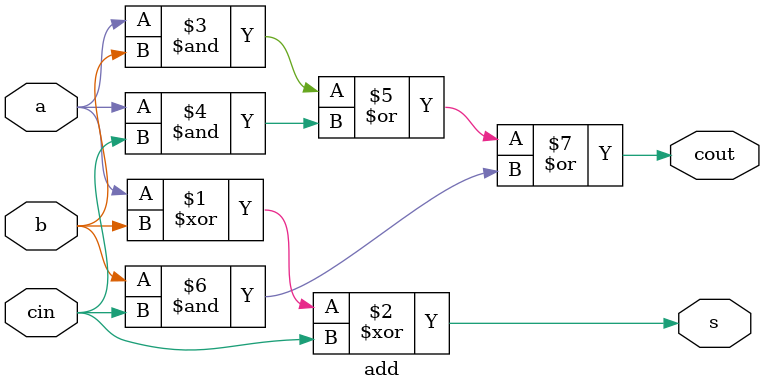
<source format=v>
`timescale 1ns / 1ps

module add(
output s, cout,
input a, b, cin
);
	
assign s = a ^ b ^ cin;
assign cout = (a & b) | (a & cin) | (b & cin);
endmodule

</source>
